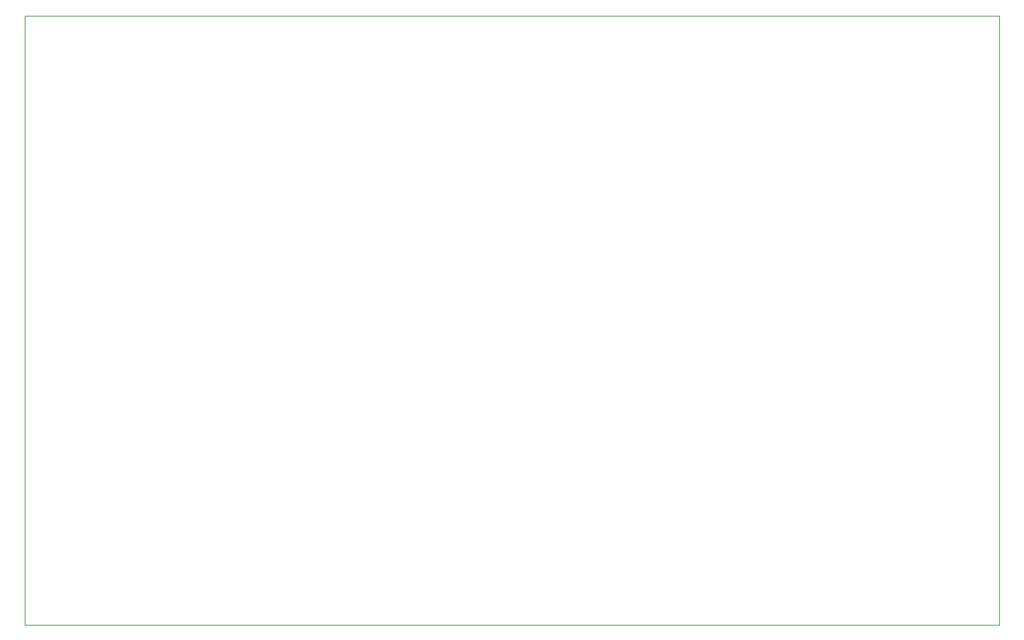
<source format=gm1>
G04 #@! TF.GenerationSoftware,KiCad,Pcbnew,6.0.2-378541a8eb~116~ubuntu20.04.1*
G04 #@! TF.CreationDate,2022-04-19T13:42:03-07:00*
G04 #@! TF.ProjectId,vfo-control-mcu,76666f2d-636f-46e7-9472-6f6c2d6d6375,rev?*
G04 #@! TF.SameCoordinates,Original*
G04 #@! TF.FileFunction,Profile,NP*
%FSLAX46Y46*%
G04 Gerber Fmt 4.6, Leading zero omitted, Abs format (unit mm)*
G04 Created by KiCad (PCBNEW 6.0.2-378541a8eb~116~ubuntu20.04.1) date 2022-04-19 13:42:03*
%MOMM*%
%LPD*%
G01*
G04 APERTURE LIST*
G04 #@! TA.AperFunction,Profile*
%ADD10C,0.050000*%
G04 #@! TD*
G04 APERTURE END LIST*
D10*
X90000000Y-130000000D02*
X90000000Y-55000000D01*
X210000000Y-130000000D02*
X90000000Y-130000000D01*
X90000000Y-55000000D02*
X210000000Y-55000000D01*
X210000000Y-55000000D02*
X210000000Y-130000000D01*
M02*

</source>
